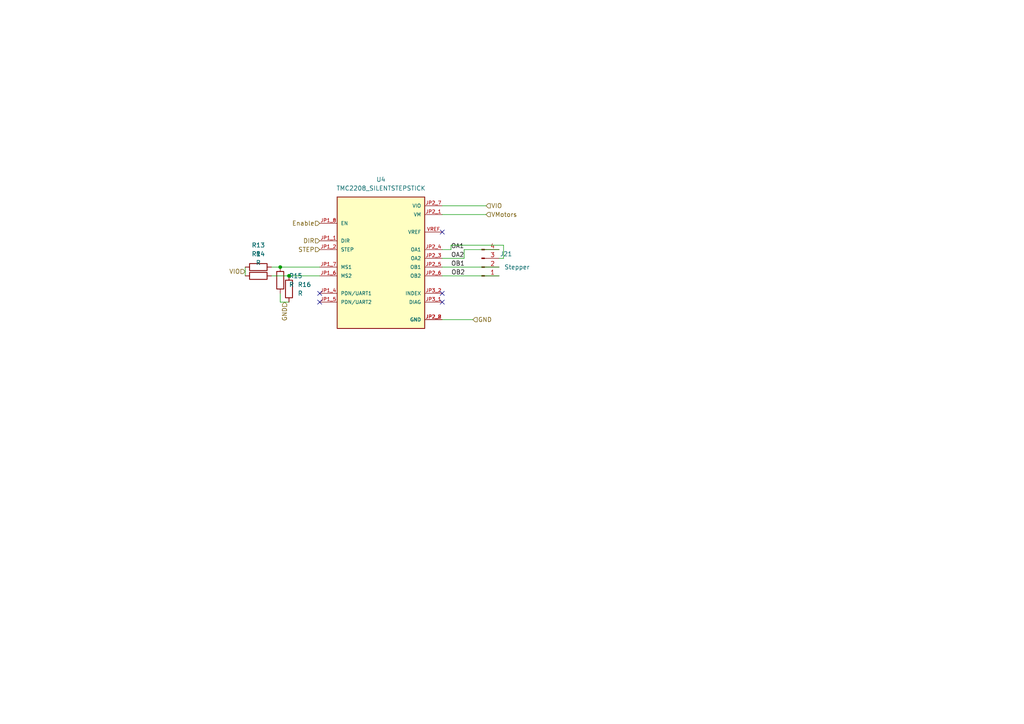
<source format=kicad_sch>
(kicad_sch (version 20211123) (generator eeschema)
  (paper "A4")
  (lib_symbols
    (symbol "Connector:Conn_01x04_Male" (pin_names (offset 1.016) hide)
      (property "Reference" "J" (at 0 5.08 0))
      (property "Value" "Conn_01x04_Male" (at 0 -7.62 0))
      (symbol "Conn_01x04_Male_1_1"
        (polyline (pts (xy 1.27 -5.08) (xy 0.8636 -5.08)) (stroke (width 0.1524)))
        (polyline (pts (xy 1.27 -2.54) (xy 0.8636 -2.54)) (stroke (width 0.1524)))
        (polyline (pts (xy 1.27 0) (xy 0.8636 0)) (stroke (width 0.1524)))
        (polyline (pts (xy 1.27 2.54) (xy 0.8636 2.54)) (stroke (width 0.1524)))
        (rectangle (start 0.8636 -4.953) (end 0 -5.207) (stroke (width 0.1524)) (fill (type outline)))
        (rectangle (start 0.8636 -2.413) (end 0 -2.667) (stroke (width 0.1524)) (fill (type outline)))
        (rectangle (start 0.8636 0.127) (end 0 -0.127) (stroke (width 0.1524)) (fill (type outline)))
        (rectangle (start 0.8636 2.667) (end 0 2.413) (stroke (width 0.1524)) (fill (type outline)))
        (pin passive line (at 5.08 2.54 180) (length 3.81) (name "Pin_1") (number "1"))
        (pin passive line (at 5.08 0 180) (length 3.81) (name "Pin_2") (number "2"))
        (pin passive line (at 5.08 -2.54 180) (length 3.81) (name "Pin_3") (number "3"))
        (pin passive line (at 5.08 -5.08 180) (length 3.81) (name "Pin_4") (number "4"))
      )
    )
    (symbol "Device:R" (pin_numbers hide) (pin_names (offset 0))
      (property "Reference" "R" (at 2.032 0 90))
      (property "Value" "R" (at 0 0 90))
      (symbol "R_0_1"
        (rectangle (start -1.016 -2.54) (end 1.016 2.54) (stroke (width 0.254)))
      )
      (symbol "R_1_1"
        (pin passive line (at 0 3.81 270) (length 1.27) (name "~") (number "1"))
        (pin passive line (at 0 -3.81 90) (length 1.27) (name "~") (number "2"))
      )
    )
    (symbol "TMC2208_SILENTSTEPSTICK:TMC2208_SILENTSTEPSTICK" (pin_names (offset 1.016))
      (property "Reference" "U" (at -12.7 19.05 0))
      (property "Value" "TMC2208_SILENTSTEPSTICK" (at -12.7 -22.86 0))
      (symbol "TMC2208_SILENTSTEPSTICK_0_0"
        (rectangle (start -12.7 -20.32) (end 12.7 17.78) (stroke (width 0.254)) (fill (type background)))
        (pin input line (at -17.78 5.08 0) (length 5.08) (name "DIR") (number "JP1_1"))
        (pin input line (at -17.78 2.54 0) (length 5.08) (name "STEP") (number "JP1_2"))
        (pin bidirectional line (at -17.78 -10.16 0) (length 5.08) (name "PDN/UART1") (number "JP1_4"))
        (pin bidirectional line (at -17.78 -12.7 0) (length 5.08) (name "PDN/UART2") (number "JP1_5"))
        (pin input line (at -17.78 -5.08 0) (length 5.08) (name "MS2") (number "JP1_6"))
        (pin input line (at -17.78 -2.54 0) (length 5.08) (name "MS1") (number "JP1_7"))
        (pin input line (at -17.78 10.16 0) (length 5.08) (name "EN") (number "JP1_8"))
        (pin power_in line (at 17.78 12.7 180) (length 5.08) (name "VM") (number "JP2_1"))
        (pin power_in line (at 17.78 -17.78 180) (length 5.08) (name "GND") (number "JP2_2"))
        (pin passive line (at 17.78 0 180) (length 5.08) (name "OA2") (number "JP2_3"))
        (pin passive line (at 17.78 2.54 180) (length 5.08) (name "OA1") (number "JP2_4"))
        (pin passive line (at 17.78 -2.54 180) (length 5.08) (name "OB1") (number "JP2_5"))
        (pin passive line (at 17.78 -5.08 180) (length 5.08) (name "OB2") (number "JP2_6"))
        (pin power_in line (at 17.78 15.24 180) (length 5.08) (name "VIO") (number "JP2_7"))
        (pin power_in line (at 17.78 -17.78 180) (length 5.08) (name "GND") (number "JP2_8"))
        (pin output line (at 17.78 -12.7 180) (length 5.08) (name "DIAG") (number "JP3_1"))
        (pin output line (at 17.78 -10.16 180) (length 5.08) (name "INDEX") (number "JP3_2"))
        (pin passive line (at 17.78 7.62 180) (length 5.08) (name "VREF") (number "VREF"))
      )
    )
  )
  (junction (at 81.28 77.47))
  (junction (at 83.82 80.01))
  (no_connect (at 128.27 67.31))
  (no_connect (at 128.27 87.63))
  (no_connect (at 92.71 85.09))
  (no_connect (at 92.71 87.63))
  (no_connect (at 128.27 85.09))
  (wire (pts (xy 137.16 92.71) (xy 128.27 92.71)))
  (wire (pts (xy 83.82 80.01) (xy 92.71 80.01)))
  (wire (pts (xy 78.74 77.47) (xy 81.28 77.47)))
  (wire (pts (xy 128.27 74.93) (xy 134.62 74.93)))
  (wire (pts (xy 78.74 80.01) (xy 83.82 80.01)))
  (wire (pts (xy 128.27 72.39) (xy 130.81 72.39)))
  (wire (pts (xy 134.62 72.39) (xy 144.78 72.39)))
  (wire (pts (xy 144.78 80.01) (xy 128.27 80.01)))
  (wire (pts (xy 146.05 74.93) (xy 144.78 74.93)))
  (wire (pts (xy 81.28 87.63) (xy 81.28 85.09)))
  (wire (pts (xy 130.81 72.39) (xy 130.81 71.12)))
  (wire (pts (xy 83.82 87.63) (xy 81.28 87.63)))
  (wire (pts (xy 71.12 77.47) (xy 71.12 80.01)))
  (wire (pts (xy 128.27 59.69) (xy 140.97 59.69)))
  (wire (pts (xy 144.78 77.47) (xy 128.27 77.47)))
  (wire (pts (xy 146.05 71.12) (xy 146.05 74.93)))
  (wire (pts (xy 134.62 74.93) (xy 134.62 72.39)))
  (wire (pts (xy 81.28 77.47) (xy 92.71 77.47)))
  (wire (pts (xy 128.27 62.23) (xy 140.97 62.23)))
  (wire (pts (xy 130.81 71.12) (xy 146.05 71.12)))
  (label "OB2" (at 130.8735 80.01 0))
  (label "OA1" (at 130.81 72.39 0))
  (label "OA2" (at 130.81 74.93 0))
  (label "OB1" (at 130.81 77.47 0))
  (hierarchical_label "Enable" (shape input) (at 92.71 64.77 180))
  (hierarchical_label "VIO" (shape input) (at 140.97 59.69 0))
  (hierarchical_label "STEP" (shape input) (at 92.71 72.39 180))
  (hierarchical_label "VIO" (shape input) (at 71.12 78.74 180))
  (hierarchical_label "DIR" (shape input) (at 92.71 69.85 180))
  (hierarchical_label "GND" (shape input) (at 82.55 87.63 270))
  (hierarchical_label "VMotors" (shape input) (at 140.97 62.23 0))
  (hierarchical_label "GND" (shape input) (at 137.16 92.71 0))
  (symbol (lib_id "Device:R") (at 74.93 80.01 90)
    (property "Reference" "R14" (at 74.93 73.66 90))
    (property "Value" "R" (at 74.93 76.2 90))
    (property "Footprint" "Resistor_SMD:R_0603_1608Metric" (effects hide))
  )
  (symbol (lib_id "Device:R") (at 83.82 83.82 180)
    (property "Reference" "R16" (at 86.36 82.5499 0) (effects (justify right)))
    (property "Value" "R" (at 86.36 85.0899 0) (effects (justify right)))
    (property "Footprint" "Resistor_SMD:R_0603_1608Metric" (effects hide))
  )
  (symbol (lib_id "Connector:Conn_01x04_Male") (at 139.7 77.47 0) (mirror x)
    (property "Reference" "J21" (at 148.59 73.66 0) (effects (justify right)))
    (property "Value" "Stepper" (at 153.67 77.47 0) (effects (justify right)))
    (property "Footprint" "Connector_JST:JST_XH_B4B-XH-A_1x04_P2.50mm_Vertical" (effects hide))
  )
  (symbol (lib_id "TMC2208_SILENTSTEPSTICK:TMC2208_SILENTSTEPSTICK") (at 110.49 74.93 0)
    (property "Reference" "U4" (at 110.49 52.07 0))
    (property "Value" "TMC2208_SILENTSTEPSTICK" (at 110.49 54.61 0))
    (property "Footprint" "TMC2208_SILENTSTEPSTICK:MODULE_TMC2208_SILENTSTEPSTICK" (effects hide))
    (property "MF" "Trinamic Motion" (effects hide))
    (property "Description" "\nTMC2208 Motor Controller/Driver, Stepper Power Management Evaluation Board\n" (effects hide))
    (property "Package" "None" (effects hide))
    (property "Price" "None" (effects hide))
    (property "Check_prices" "https://www.snapeda.com/parts/TMC2208%20SILENTSTEPSTICK/Trinamic+Motion+Control+GmbH/view-part/?ref=eda" (effects hide))
    (property "SnapEDA_Link" "https://www.snapeda.com/parts/TMC2208%20SILENTSTEPSTICK/Trinamic+Motion+Control+GmbH/view-part/?ref=snap" (effects hide))
    (property "MP" "TMC2208 SILENTSTEPSTICK" (effects hide))
    (property "Availability" "In Stock" (effects hide))
    (property "MANUFACTURER" "Trinamic Motion" (effects hide))
  )
  (symbol (lib_id "Device:R") (at 81.28 81.28 180)
    (property "Reference" "R15" (at 83.82 80.0099 0) (effects (justify right)))
    (property "Value" "R" (at 83.82 82.5499 0) (effects (justify right)))
    (property "Footprint" "Resistor_SMD:R_0603_1608Metric" (effects hide))
  )
  (symbol (lib_id "Device:R") (at 74.93 77.47 90)
    (property "Reference" "R13" (at 74.93 71.12 90))
    (property "Value" "R" (at 74.93 73.66 90))
    (property "Footprint" "Resistor_SMD:R_0603_1608Metric" (effects hide))
  )
)
</source>
